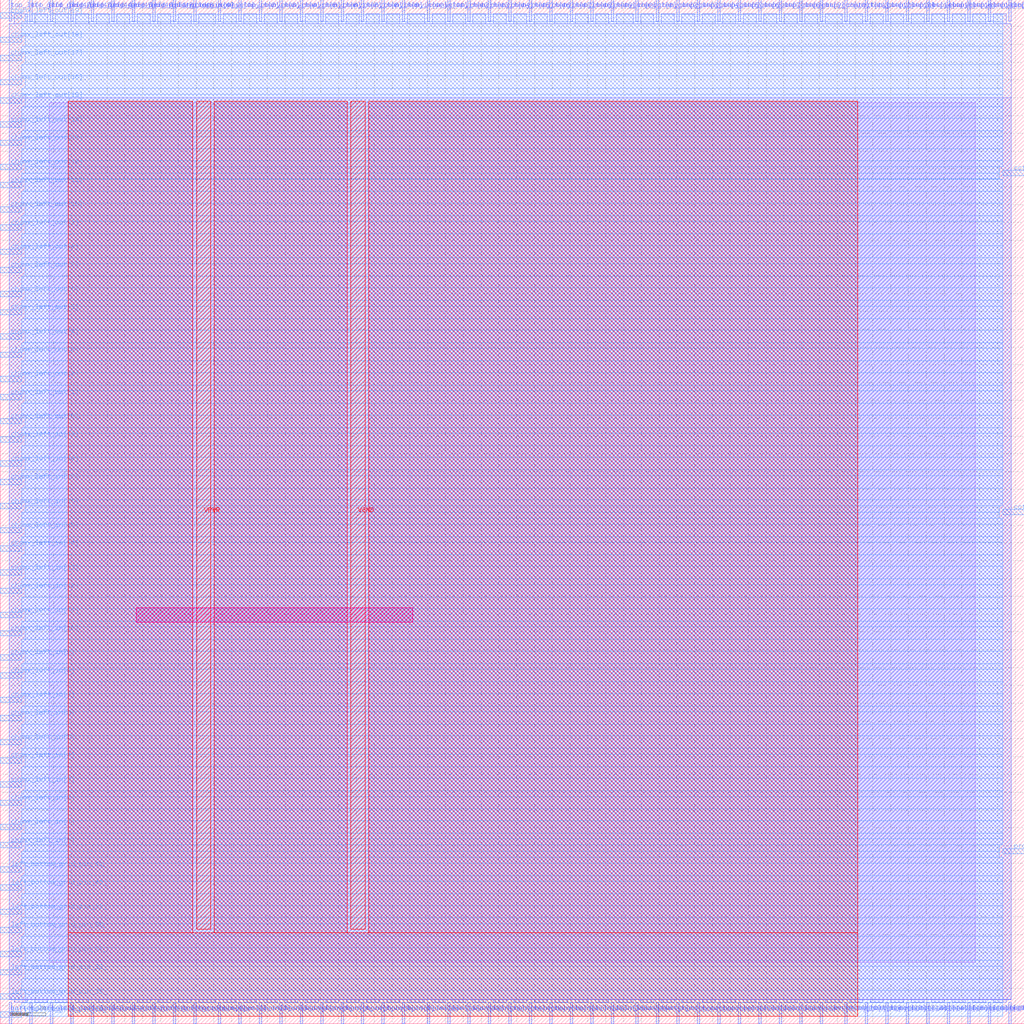
<source format=lef>
VERSION 5.7 ;
  NOWIREEXTENSIONATPIN ON ;
  DIVIDERCHAR "/" ;
  BUSBITCHARS "[]" ;
MACRO sb_2__1_
  CLASS BLOCK ;
  FOREIGN sb_2__1_ ;
  ORIGIN 0.000 0.000 ;
  SIZE 115.000 BY 115.000 ;
  PIN bottom_left_grid_pin_42_
    DIRECTION INPUT ;
    PORT
      LAYER met2 ;
        RECT 1.010 0.000 1.290 2.400 ;
    END
  END bottom_left_grid_pin_42_
  PIN bottom_left_grid_pin_43_
    DIRECTION INPUT ;
    PORT
      LAYER met2 ;
        RECT 3.310 0.000 3.590 2.400 ;
    END
  END bottom_left_grid_pin_43_
  PIN bottom_left_grid_pin_44_
    DIRECTION INPUT ;
    PORT
      LAYER met2 ;
        RECT 5.610 0.000 5.890 2.400 ;
    END
  END bottom_left_grid_pin_44_
  PIN bottom_left_grid_pin_45_
    DIRECTION INPUT ;
    PORT
      LAYER met2 ;
        RECT 7.910 0.000 8.190 2.400 ;
    END
  END bottom_left_grid_pin_45_
  PIN bottom_left_grid_pin_46_
    DIRECTION INPUT ;
    PORT
      LAYER met2 ;
        RECT 10.210 0.000 10.490 2.400 ;
    END
  END bottom_left_grid_pin_46_
  PIN bottom_left_grid_pin_47_
    DIRECTION INPUT ;
    PORT
      LAYER met2 ;
        RECT 12.510 0.000 12.790 2.400 ;
    END
  END bottom_left_grid_pin_47_
  PIN bottom_left_grid_pin_48_
    DIRECTION INPUT ;
    PORT
      LAYER met2 ;
        RECT 14.810 0.000 15.090 2.400 ;
    END
  END bottom_left_grid_pin_48_
  PIN bottom_left_grid_pin_49_
    DIRECTION INPUT ;
    PORT
      LAYER met2 ;
        RECT 17.110 0.000 17.390 2.400 ;
    END
  END bottom_left_grid_pin_49_
  PIN bottom_right_grid_pin_1_
    DIRECTION INPUT ;
    PORT
      LAYER met2 ;
        RECT 113.250 0.000 113.530 2.400 ;
    END
  END bottom_right_grid_pin_1_
  PIN ccff_head
    DIRECTION INPUT ;
    PORT
      LAYER met3 ;
        RECT 112.600 57.160 115.000 57.760 ;
    END
  END ccff_head
  PIN ccff_tail
    DIRECTION OUTPUT TRISTATE ;
    PORT
      LAYER met3 ;
        RECT 112.600 95.240 115.000 95.840 ;
    END
  END ccff_tail
  PIN chanx_left_in[0]
    DIRECTION INPUT ;
    PORT
      LAYER met3 ;
        RECT 0.000 19.760 2.400 20.360 ;
    END
  END chanx_left_in[0]
  PIN chanx_left_in[10]
    DIRECTION INPUT ;
    PORT
      LAYER met3 ;
        RECT 0.000 43.560 2.400 44.160 ;
    END
  END chanx_left_in[10]
  PIN chanx_left_in[11]
    DIRECTION INPUT ;
    PORT
      LAYER met3 ;
        RECT 0.000 45.600 2.400 46.200 ;
    END
  END chanx_left_in[11]
  PIN chanx_left_in[12]
    DIRECTION INPUT ;
    PORT
      LAYER met3 ;
        RECT 0.000 48.320 2.400 48.920 ;
    END
  END chanx_left_in[12]
  PIN chanx_left_in[13]
    DIRECTION INPUT ;
    PORT
      LAYER met3 ;
        RECT 0.000 50.360 2.400 50.960 ;
    END
  END chanx_left_in[13]
  PIN chanx_left_in[14]
    DIRECTION INPUT ;
    PORT
      LAYER met3 ;
        RECT 0.000 53.080 2.400 53.680 ;
    END
  END chanx_left_in[14]
  PIN chanx_left_in[15]
    DIRECTION INPUT ;
    PORT
      LAYER met3 ;
        RECT 0.000 55.120 2.400 55.720 ;
    END
  END chanx_left_in[15]
  PIN chanx_left_in[16]
    DIRECTION INPUT ;
    PORT
      LAYER met3 ;
        RECT 0.000 57.840 2.400 58.440 ;
    END
  END chanx_left_in[16]
  PIN chanx_left_in[17]
    DIRECTION INPUT ;
    PORT
      LAYER met3 ;
        RECT 0.000 60.560 2.400 61.160 ;
    END
  END chanx_left_in[17]
  PIN chanx_left_in[18]
    DIRECTION INPUT ;
    PORT
      LAYER met3 ;
        RECT 0.000 62.600 2.400 63.200 ;
    END
  END chanx_left_in[18]
  PIN chanx_left_in[19]
    DIRECTION INPUT ;
    PORT
      LAYER met3 ;
        RECT 0.000 65.320 2.400 65.920 ;
    END
  END chanx_left_in[19]
  PIN chanx_left_in[1]
    DIRECTION INPUT ;
    PORT
      LAYER met3 ;
        RECT 0.000 21.800 2.400 22.400 ;
    END
  END chanx_left_in[1]
  PIN chanx_left_in[2]
    DIRECTION INPUT ;
    PORT
      LAYER met3 ;
        RECT 0.000 24.520 2.400 25.120 ;
    END
  END chanx_left_in[2]
  PIN chanx_left_in[3]
    DIRECTION INPUT ;
    PORT
      LAYER met3 ;
        RECT 0.000 26.560 2.400 27.160 ;
    END
  END chanx_left_in[3]
  PIN chanx_left_in[4]
    DIRECTION INPUT ;
    PORT
      LAYER met3 ;
        RECT 0.000 29.280 2.400 29.880 ;
    END
  END chanx_left_in[4]
  PIN chanx_left_in[5]
    DIRECTION INPUT ;
    PORT
      LAYER met3 ;
        RECT 0.000 31.320 2.400 31.920 ;
    END
  END chanx_left_in[5]
  PIN chanx_left_in[6]
    DIRECTION INPUT ;
    PORT
      LAYER met3 ;
        RECT 0.000 34.040 2.400 34.640 ;
    END
  END chanx_left_in[6]
  PIN chanx_left_in[7]
    DIRECTION INPUT ;
    PORT
      LAYER met3 ;
        RECT 0.000 36.080 2.400 36.680 ;
    END
  END chanx_left_in[7]
  PIN chanx_left_in[8]
    DIRECTION INPUT ;
    PORT
      LAYER met3 ;
        RECT 0.000 38.800 2.400 39.400 ;
    END
  END chanx_left_in[8]
  PIN chanx_left_in[9]
    DIRECTION INPUT ;
    PORT
      LAYER met3 ;
        RECT 0.000 40.840 2.400 41.440 ;
    END
  END chanx_left_in[9]
  PIN chanx_left_out[0]
    DIRECTION OUTPUT TRISTATE ;
    PORT
      LAYER met3 ;
        RECT 0.000 67.360 2.400 67.960 ;
    END
  END chanx_left_out[0]
  PIN chanx_left_out[10]
    DIRECTION OUTPUT TRISTATE ;
    PORT
      LAYER met3 ;
        RECT 0.000 91.160 2.400 91.760 ;
    END
  END chanx_left_out[10]
  PIN chanx_left_out[11]
    DIRECTION OUTPUT TRISTATE ;
    PORT
      LAYER met3 ;
        RECT 0.000 93.880 2.400 94.480 ;
    END
  END chanx_left_out[11]
  PIN chanx_left_out[12]
    DIRECTION OUTPUT TRISTATE ;
    PORT
      LAYER met3 ;
        RECT 0.000 95.920 2.400 96.520 ;
    END
  END chanx_left_out[12]
  PIN chanx_left_out[13]
    DIRECTION OUTPUT TRISTATE ;
    PORT
      LAYER met3 ;
        RECT 0.000 98.640 2.400 99.240 ;
    END
  END chanx_left_out[13]
  PIN chanx_left_out[14]
    DIRECTION OUTPUT TRISTATE ;
    PORT
      LAYER met3 ;
        RECT 0.000 100.680 2.400 101.280 ;
    END
  END chanx_left_out[14]
  PIN chanx_left_out[15]
    DIRECTION OUTPUT TRISTATE ;
    PORT
      LAYER met3 ;
        RECT 0.000 103.400 2.400 104.000 ;
    END
  END chanx_left_out[15]
  PIN chanx_left_out[16]
    DIRECTION OUTPUT TRISTATE ;
    PORT
      LAYER met3 ;
        RECT 0.000 105.440 2.400 106.040 ;
    END
  END chanx_left_out[16]
  PIN chanx_left_out[17]
    DIRECTION OUTPUT TRISTATE ;
    PORT
      LAYER met3 ;
        RECT 0.000 108.160 2.400 108.760 ;
    END
  END chanx_left_out[17]
  PIN chanx_left_out[18]
    DIRECTION OUTPUT TRISTATE ;
    PORT
      LAYER met3 ;
        RECT 0.000 110.200 2.400 110.800 ;
    END
  END chanx_left_out[18]
  PIN chanx_left_out[19]
    DIRECTION OUTPUT TRISTATE ;
    PORT
      LAYER met3 ;
        RECT 0.000 112.920 2.400 113.520 ;
    END
  END chanx_left_out[19]
  PIN chanx_left_out[1]
    DIRECTION OUTPUT TRISTATE ;
    PORT
      LAYER met3 ;
        RECT 0.000 70.080 2.400 70.680 ;
    END
  END chanx_left_out[1]
  PIN chanx_left_out[2]
    DIRECTION OUTPUT TRISTATE ;
    PORT
      LAYER met3 ;
        RECT 0.000 72.120 2.400 72.720 ;
    END
  END chanx_left_out[2]
  PIN chanx_left_out[3]
    DIRECTION OUTPUT TRISTATE ;
    PORT
      LAYER met3 ;
        RECT 0.000 74.840 2.400 75.440 ;
    END
  END chanx_left_out[3]
  PIN chanx_left_out[4]
    DIRECTION OUTPUT TRISTATE ;
    PORT
      LAYER met3 ;
        RECT 0.000 76.880 2.400 77.480 ;
    END
  END chanx_left_out[4]
  PIN chanx_left_out[5]
    DIRECTION OUTPUT TRISTATE ;
    PORT
      LAYER met3 ;
        RECT 0.000 79.600 2.400 80.200 ;
    END
  END chanx_left_out[5]
  PIN chanx_left_out[6]
    DIRECTION OUTPUT TRISTATE ;
    PORT
      LAYER met3 ;
        RECT 0.000 81.640 2.400 82.240 ;
    END
  END chanx_left_out[6]
  PIN chanx_left_out[7]
    DIRECTION OUTPUT TRISTATE ;
    PORT
      LAYER met3 ;
        RECT 0.000 84.360 2.400 84.960 ;
    END
  END chanx_left_out[7]
  PIN chanx_left_out[8]
    DIRECTION OUTPUT TRISTATE ;
    PORT
      LAYER met3 ;
        RECT 0.000 86.400 2.400 87.000 ;
    END
  END chanx_left_out[8]
  PIN chanx_left_out[9]
    DIRECTION OUTPUT TRISTATE ;
    PORT
      LAYER met3 ;
        RECT 0.000 89.120 2.400 89.720 ;
    END
  END chanx_left_out[9]
  PIN chany_bottom_in[0]
    DIRECTION INPUT ;
    PORT
      LAYER met2 ;
        RECT 19.410 0.000 19.690 2.400 ;
    END
  END chany_bottom_in[0]
  PIN chany_bottom_in[10]
    DIRECTION INPUT ;
    PORT
      LAYER met2 ;
        RECT 42.870 0.000 43.150 2.400 ;
    END
  END chany_bottom_in[10]
  PIN chany_bottom_in[11]
    DIRECTION INPUT ;
    PORT
      LAYER met2 ;
        RECT 45.170 0.000 45.450 2.400 ;
    END
  END chany_bottom_in[11]
  PIN chany_bottom_in[12]
    DIRECTION INPUT ;
    PORT
      LAYER met2 ;
        RECT 47.930 0.000 48.210 2.400 ;
    END
  END chany_bottom_in[12]
  PIN chany_bottom_in[13]
    DIRECTION INPUT ;
    PORT
      LAYER met2 ;
        RECT 50.230 0.000 50.510 2.400 ;
    END
  END chany_bottom_in[13]
  PIN chany_bottom_in[14]
    DIRECTION INPUT ;
    PORT
      LAYER met2 ;
        RECT 52.530 0.000 52.810 2.400 ;
    END
  END chany_bottom_in[14]
  PIN chany_bottom_in[15]
    DIRECTION INPUT ;
    PORT
      LAYER met2 ;
        RECT 54.830 0.000 55.110 2.400 ;
    END
  END chany_bottom_in[15]
  PIN chany_bottom_in[16]
    DIRECTION INPUT ;
    PORT
      LAYER met2 ;
        RECT 57.130 0.000 57.410 2.400 ;
    END
  END chany_bottom_in[16]
  PIN chany_bottom_in[17]
    DIRECTION INPUT ;
    PORT
      LAYER met2 ;
        RECT 59.430 0.000 59.710 2.400 ;
    END
  END chany_bottom_in[17]
  PIN chany_bottom_in[18]
    DIRECTION INPUT ;
    PORT
      LAYER met2 ;
        RECT 61.730 0.000 62.010 2.400 ;
    END
  END chany_bottom_in[18]
  PIN chany_bottom_in[19]
    DIRECTION INPUT ;
    PORT
      LAYER met2 ;
        RECT 64.030 0.000 64.310 2.400 ;
    END
  END chany_bottom_in[19]
  PIN chany_bottom_in[1]
    DIRECTION INPUT ;
    PORT
      LAYER met2 ;
        RECT 21.710 0.000 21.990 2.400 ;
    END
  END chany_bottom_in[1]
  PIN chany_bottom_in[2]
    DIRECTION INPUT ;
    PORT
      LAYER met2 ;
        RECT 24.470 0.000 24.750 2.400 ;
    END
  END chany_bottom_in[2]
  PIN chany_bottom_in[3]
    DIRECTION INPUT ;
    PORT
      LAYER met2 ;
        RECT 26.770 0.000 27.050 2.400 ;
    END
  END chany_bottom_in[3]
  PIN chany_bottom_in[4]
    DIRECTION INPUT ;
    PORT
      LAYER met2 ;
        RECT 29.070 0.000 29.350 2.400 ;
    END
  END chany_bottom_in[4]
  PIN chany_bottom_in[5]
    DIRECTION INPUT ;
    PORT
      LAYER met2 ;
        RECT 31.370 0.000 31.650 2.400 ;
    END
  END chany_bottom_in[5]
  PIN chany_bottom_in[6]
    DIRECTION INPUT ;
    PORT
      LAYER met2 ;
        RECT 33.670 0.000 33.950 2.400 ;
    END
  END chany_bottom_in[6]
  PIN chany_bottom_in[7]
    DIRECTION INPUT ;
    PORT
      LAYER met2 ;
        RECT 35.970 0.000 36.250 2.400 ;
    END
  END chany_bottom_in[7]
  PIN chany_bottom_in[8]
    DIRECTION INPUT ;
    PORT
      LAYER met2 ;
        RECT 38.270 0.000 38.550 2.400 ;
    END
  END chany_bottom_in[8]
  PIN chany_bottom_in[9]
    DIRECTION INPUT ;
    PORT
      LAYER met2 ;
        RECT 40.570 0.000 40.850 2.400 ;
    END
  END chany_bottom_in[9]
  PIN chany_bottom_out[0]
    DIRECTION OUTPUT TRISTATE ;
    PORT
      LAYER met2 ;
        RECT 66.330 0.000 66.610 2.400 ;
    END
  END chany_bottom_out[0]
  PIN chany_bottom_out[10]
    DIRECTION OUTPUT TRISTATE ;
    PORT
      LAYER met2 ;
        RECT 89.790 0.000 90.070 2.400 ;
    END
  END chany_bottom_out[10]
  PIN chany_bottom_out[11]
    DIRECTION OUTPUT TRISTATE ;
    PORT
      LAYER met2 ;
        RECT 92.090 0.000 92.370 2.400 ;
    END
  END chany_bottom_out[11]
  PIN chany_bottom_out[12]
    DIRECTION OUTPUT TRISTATE ;
    PORT
      LAYER met2 ;
        RECT 94.850 0.000 95.130 2.400 ;
    END
  END chany_bottom_out[12]
  PIN chany_bottom_out[13]
    DIRECTION OUTPUT TRISTATE ;
    PORT
      LAYER met2 ;
        RECT 97.150 0.000 97.430 2.400 ;
    END
  END chany_bottom_out[13]
  PIN chany_bottom_out[14]
    DIRECTION OUTPUT TRISTATE ;
    PORT
      LAYER met2 ;
        RECT 99.450 0.000 99.730 2.400 ;
    END
  END chany_bottom_out[14]
  PIN chany_bottom_out[15]
    DIRECTION OUTPUT TRISTATE ;
    PORT
      LAYER met2 ;
        RECT 101.750 0.000 102.030 2.400 ;
    END
  END chany_bottom_out[15]
  PIN chany_bottom_out[16]
    DIRECTION OUTPUT TRISTATE ;
    PORT
      LAYER met2 ;
        RECT 104.050 0.000 104.330 2.400 ;
    END
  END chany_bottom_out[16]
  PIN chany_bottom_out[17]
    DIRECTION OUTPUT TRISTATE ;
    PORT
      LAYER met2 ;
        RECT 106.350 0.000 106.630 2.400 ;
    END
  END chany_bottom_out[17]
  PIN chany_bottom_out[18]
    DIRECTION OUTPUT TRISTATE ;
    PORT
      LAYER met2 ;
        RECT 108.650 0.000 108.930 2.400 ;
    END
  END chany_bottom_out[18]
  PIN chany_bottom_out[19]
    DIRECTION OUTPUT TRISTATE ;
    PORT
      LAYER met2 ;
        RECT 110.950 0.000 111.230 2.400 ;
    END
  END chany_bottom_out[19]
  PIN chany_bottom_out[1]
    DIRECTION OUTPUT TRISTATE ;
    PORT
      LAYER met2 ;
        RECT 68.630 0.000 68.910 2.400 ;
    END
  END chany_bottom_out[1]
  PIN chany_bottom_out[2]
    DIRECTION OUTPUT TRISTATE ;
    PORT
      LAYER met2 ;
        RECT 71.390 0.000 71.670 2.400 ;
    END
  END chany_bottom_out[2]
  PIN chany_bottom_out[3]
    DIRECTION OUTPUT TRISTATE ;
    PORT
      LAYER met2 ;
        RECT 73.690 0.000 73.970 2.400 ;
    END
  END chany_bottom_out[3]
  PIN chany_bottom_out[4]
    DIRECTION OUTPUT TRISTATE ;
    PORT
      LAYER met2 ;
        RECT 75.990 0.000 76.270 2.400 ;
    END
  END chany_bottom_out[4]
  PIN chany_bottom_out[5]
    DIRECTION OUTPUT TRISTATE ;
    PORT
      LAYER met2 ;
        RECT 78.290 0.000 78.570 2.400 ;
    END
  END chany_bottom_out[5]
  PIN chany_bottom_out[6]
    DIRECTION OUTPUT TRISTATE ;
    PORT
      LAYER met2 ;
        RECT 80.590 0.000 80.870 2.400 ;
    END
  END chany_bottom_out[6]
  PIN chany_bottom_out[7]
    DIRECTION OUTPUT TRISTATE ;
    PORT
      LAYER met2 ;
        RECT 82.890 0.000 83.170 2.400 ;
    END
  END chany_bottom_out[7]
  PIN chany_bottom_out[8]
    DIRECTION OUTPUT TRISTATE ;
    PORT
      LAYER met2 ;
        RECT 85.190 0.000 85.470 2.400 ;
    END
  END chany_bottom_out[8]
  PIN chany_bottom_out[9]
    DIRECTION OUTPUT TRISTATE ;
    PORT
      LAYER met2 ;
        RECT 87.490 0.000 87.770 2.400 ;
    END
  END chany_bottom_out[9]
  PIN chany_top_in[0]
    DIRECTION INPUT ;
    PORT
      LAYER met2 ;
        RECT 19.410 112.600 19.690 115.000 ;
    END
  END chany_top_in[0]
  PIN chany_top_in[10]
    DIRECTION INPUT ;
    PORT
      LAYER met2 ;
        RECT 42.870 112.600 43.150 115.000 ;
    END
  END chany_top_in[10]
  PIN chany_top_in[11]
    DIRECTION INPUT ;
    PORT
      LAYER met2 ;
        RECT 45.170 112.600 45.450 115.000 ;
    END
  END chany_top_in[11]
  PIN chany_top_in[12]
    DIRECTION INPUT ;
    PORT
      LAYER met2 ;
        RECT 47.930 112.600 48.210 115.000 ;
    END
  END chany_top_in[12]
  PIN chany_top_in[13]
    DIRECTION INPUT ;
    PORT
      LAYER met2 ;
        RECT 50.230 112.600 50.510 115.000 ;
    END
  END chany_top_in[13]
  PIN chany_top_in[14]
    DIRECTION INPUT ;
    PORT
      LAYER met2 ;
        RECT 52.530 112.600 52.810 115.000 ;
    END
  END chany_top_in[14]
  PIN chany_top_in[15]
    DIRECTION INPUT ;
    PORT
      LAYER met2 ;
        RECT 54.830 112.600 55.110 115.000 ;
    END
  END chany_top_in[15]
  PIN chany_top_in[16]
    DIRECTION INPUT ;
    PORT
      LAYER met2 ;
        RECT 57.130 112.600 57.410 115.000 ;
    END
  END chany_top_in[16]
  PIN chany_top_in[17]
    DIRECTION INPUT ;
    PORT
      LAYER met2 ;
        RECT 59.430 112.600 59.710 115.000 ;
    END
  END chany_top_in[17]
  PIN chany_top_in[18]
    DIRECTION INPUT ;
    PORT
      LAYER met2 ;
        RECT 61.730 112.600 62.010 115.000 ;
    END
  END chany_top_in[18]
  PIN chany_top_in[19]
    DIRECTION INPUT ;
    PORT
      LAYER met2 ;
        RECT 64.030 112.600 64.310 115.000 ;
    END
  END chany_top_in[19]
  PIN chany_top_in[1]
    DIRECTION INPUT ;
    PORT
      LAYER met2 ;
        RECT 21.710 112.600 21.990 115.000 ;
    END
  END chany_top_in[1]
  PIN chany_top_in[2]
    DIRECTION INPUT ;
    PORT
      LAYER met2 ;
        RECT 24.470 112.600 24.750 115.000 ;
    END
  END chany_top_in[2]
  PIN chany_top_in[3]
    DIRECTION INPUT ;
    PORT
      LAYER met2 ;
        RECT 26.770 112.600 27.050 115.000 ;
    END
  END chany_top_in[3]
  PIN chany_top_in[4]
    DIRECTION INPUT ;
    PORT
      LAYER met2 ;
        RECT 29.070 112.600 29.350 115.000 ;
    END
  END chany_top_in[4]
  PIN chany_top_in[5]
    DIRECTION INPUT ;
    PORT
      LAYER met2 ;
        RECT 31.370 112.600 31.650 115.000 ;
    END
  END chany_top_in[5]
  PIN chany_top_in[6]
    DIRECTION INPUT ;
    PORT
      LAYER met2 ;
        RECT 33.670 112.600 33.950 115.000 ;
    END
  END chany_top_in[6]
  PIN chany_top_in[7]
    DIRECTION INPUT ;
    PORT
      LAYER met2 ;
        RECT 35.970 112.600 36.250 115.000 ;
    END
  END chany_top_in[7]
  PIN chany_top_in[8]
    DIRECTION INPUT ;
    PORT
      LAYER met2 ;
        RECT 38.270 112.600 38.550 115.000 ;
    END
  END chany_top_in[8]
  PIN chany_top_in[9]
    DIRECTION INPUT ;
    PORT
      LAYER met2 ;
        RECT 40.570 112.600 40.850 115.000 ;
    END
  END chany_top_in[9]
  PIN chany_top_out[0]
    DIRECTION OUTPUT TRISTATE ;
    PORT
      LAYER met2 ;
        RECT 66.330 112.600 66.610 115.000 ;
    END
  END chany_top_out[0]
  PIN chany_top_out[10]
    DIRECTION OUTPUT TRISTATE ;
    PORT
      LAYER met2 ;
        RECT 89.790 112.600 90.070 115.000 ;
    END
  END chany_top_out[10]
  PIN chany_top_out[11]
    DIRECTION OUTPUT TRISTATE ;
    PORT
      LAYER met2 ;
        RECT 92.090 112.600 92.370 115.000 ;
    END
  END chany_top_out[11]
  PIN chany_top_out[12]
    DIRECTION OUTPUT TRISTATE ;
    PORT
      LAYER met2 ;
        RECT 94.850 112.600 95.130 115.000 ;
    END
  END chany_top_out[12]
  PIN chany_top_out[13]
    DIRECTION OUTPUT TRISTATE ;
    PORT
      LAYER met2 ;
        RECT 97.150 112.600 97.430 115.000 ;
    END
  END chany_top_out[13]
  PIN chany_top_out[14]
    DIRECTION OUTPUT TRISTATE ;
    PORT
      LAYER met2 ;
        RECT 99.450 112.600 99.730 115.000 ;
    END
  END chany_top_out[14]
  PIN chany_top_out[15]
    DIRECTION OUTPUT TRISTATE ;
    PORT
      LAYER met2 ;
        RECT 101.750 112.600 102.030 115.000 ;
    END
  END chany_top_out[15]
  PIN chany_top_out[16]
    DIRECTION OUTPUT TRISTATE ;
    PORT
      LAYER met2 ;
        RECT 104.050 112.600 104.330 115.000 ;
    END
  END chany_top_out[16]
  PIN chany_top_out[17]
    DIRECTION OUTPUT TRISTATE ;
    PORT
      LAYER met2 ;
        RECT 106.350 112.600 106.630 115.000 ;
    END
  END chany_top_out[17]
  PIN chany_top_out[18]
    DIRECTION OUTPUT TRISTATE ;
    PORT
      LAYER met2 ;
        RECT 108.650 112.600 108.930 115.000 ;
    END
  END chany_top_out[18]
  PIN chany_top_out[19]
    DIRECTION OUTPUT TRISTATE ;
    PORT
      LAYER met2 ;
        RECT 110.950 112.600 111.230 115.000 ;
    END
  END chany_top_out[19]
  PIN chany_top_out[1]
    DIRECTION OUTPUT TRISTATE ;
    PORT
      LAYER met2 ;
        RECT 68.630 112.600 68.910 115.000 ;
    END
  END chany_top_out[1]
  PIN chany_top_out[2]
    DIRECTION OUTPUT TRISTATE ;
    PORT
      LAYER met2 ;
        RECT 71.390 112.600 71.670 115.000 ;
    END
  END chany_top_out[2]
  PIN chany_top_out[3]
    DIRECTION OUTPUT TRISTATE ;
    PORT
      LAYER met2 ;
        RECT 73.690 112.600 73.970 115.000 ;
    END
  END chany_top_out[3]
  PIN chany_top_out[4]
    DIRECTION OUTPUT TRISTATE ;
    PORT
      LAYER met2 ;
        RECT 75.990 112.600 76.270 115.000 ;
    END
  END chany_top_out[4]
  PIN chany_top_out[5]
    DIRECTION OUTPUT TRISTATE ;
    PORT
      LAYER met2 ;
        RECT 78.290 112.600 78.570 115.000 ;
    END
  END chany_top_out[5]
  PIN chany_top_out[6]
    DIRECTION OUTPUT TRISTATE ;
    PORT
      LAYER met2 ;
        RECT 80.590 112.600 80.870 115.000 ;
    END
  END chany_top_out[6]
  PIN chany_top_out[7]
    DIRECTION OUTPUT TRISTATE ;
    PORT
      LAYER met2 ;
        RECT 82.890 112.600 83.170 115.000 ;
    END
  END chany_top_out[7]
  PIN chany_top_out[8]
    DIRECTION OUTPUT TRISTATE ;
    PORT
      LAYER met2 ;
        RECT 85.190 112.600 85.470 115.000 ;
    END
  END chany_top_out[8]
  PIN chany_top_out[9]
    DIRECTION OUTPUT TRISTATE ;
    PORT
      LAYER met2 ;
        RECT 87.490 112.600 87.770 115.000 ;
    END
  END chany_top_out[9]
  PIN left_bottom_grid_pin_34_
    DIRECTION INPUT ;
    PORT
      LAYER met3 ;
        RECT 0.000 0.720 2.400 1.320 ;
    END
  END left_bottom_grid_pin_34_
  PIN left_bottom_grid_pin_35_
    DIRECTION INPUT ;
    PORT
      LAYER met3 ;
        RECT 0.000 2.760 2.400 3.360 ;
    END
  END left_bottom_grid_pin_35_
  PIN left_bottom_grid_pin_36_
    DIRECTION INPUT ;
    PORT
      LAYER met3 ;
        RECT 0.000 5.480 2.400 6.080 ;
    END
  END left_bottom_grid_pin_36_
  PIN left_bottom_grid_pin_37_
    DIRECTION INPUT ;
    PORT
      LAYER met3 ;
        RECT 0.000 7.520 2.400 8.120 ;
    END
  END left_bottom_grid_pin_37_
  PIN left_bottom_grid_pin_38_
    DIRECTION INPUT ;
    PORT
      LAYER met3 ;
        RECT 0.000 10.240 2.400 10.840 ;
    END
  END left_bottom_grid_pin_38_
  PIN left_bottom_grid_pin_39_
    DIRECTION INPUT ;
    PORT
      LAYER met3 ;
        RECT 0.000 12.280 2.400 12.880 ;
    END
  END left_bottom_grid_pin_39_
  PIN left_bottom_grid_pin_40_
    DIRECTION INPUT ;
    PORT
      LAYER met3 ;
        RECT 0.000 15.000 2.400 15.600 ;
    END
  END left_bottom_grid_pin_40_
  PIN left_bottom_grid_pin_41_
    DIRECTION INPUT ;
    PORT
      LAYER met3 ;
        RECT 0.000 17.040 2.400 17.640 ;
    END
  END left_bottom_grid_pin_41_
  PIN prog_clk
    DIRECTION INPUT ;
    PORT
      LAYER met3 ;
        RECT 112.600 19.080 115.000 19.680 ;
    END
  END prog_clk
  PIN top_left_grid_pin_42_
    DIRECTION INPUT ;
    PORT
      LAYER met2 ;
        RECT 1.010 112.600 1.290 115.000 ;
    END
  END top_left_grid_pin_42_
  PIN top_left_grid_pin_43_
    DIRECTION INPUT ;
    PORT
      LAYER met2 ;
        RECT 3.310 112.600 3.590 115.000 ;
    END
  END top_left_grid_pin_43_
  PIN top_left_grid_pin_44_
    DIRECTION INPUT ;
    PORT
      LAYER met2 ;
        RECT 5.610 112.600 5.890 115.000 ;
    END
  END top_left_grid_pin_44_
  PIN top_left_grid_pin_45_
    DIRECTION INPUT ;
    PORT
      LAYER met2 ;
        RECT 7.910 112.600 8.190 115.000 ;
    END
  END top_left_grid_pin_45_
  PIN top_left_grid_pin_46_
    DIRECTION INPUT ;
    PORT
      LAYER met2 ;
        RECT 10.210 112.600 10.490 115.000 ;
    END
  END top_left_grid_pin_46_
  PIN top_left_grid_pin_47_
    DIRECTION INPUT ;
    PORT
      LAYER met2 ;
        RECT 12.510 112.600 12.790 115.000 ;
    END
  END top_left_grid_pin_47_
  PIN top_left_grid_pin_48_
    DIRECTION INPUT ;
    PORT
      LAYER met2 ;
        RECT 14.810 112.600 15.090 115.000 ;
    END
  END top_left_grid_pin_48_
  PIN top_left_grid_pin_49_
    DIRECTION INPUT ;
    PORT
      LAYER met2 ;
        RECT 17.110 112.600 17.390 115.000 ;
    END
  END top_left_grid_pin_49_
  PIN top_right_grid_pin_1_
    DIRECTION INPUT ;
    PORT
      LAYER met2 ;
        RECT 113.250 112.600 113.530 115.000 ;
    END
  END top_right_grid_pin_1_
  PIN VPWR
    DIRECTION INPUT ;
    USE POWER ;
    PORT
      LAYER met4 ;
        RECT 22.045 10.640 23.645 103.600 ;
    END
  END VPWR
  PIN VGND
    DIRECTION INPUT ;
    USE GROUND ;
    PORT
      LAYER met4 ;
        RECT 39.375 10.640 40.975 103.600 ;
    END
  END VGND
  OBS
      LAYER li1 ;
        RECT 5.520 6.885 109.480 103.445 ;
      LAYER met1 ;
        RECT 0.990 2.760 113.550 104.000 ;
      LAYER met2 ;
        RECT 1.570 112.320 3.030 113.405 ;
        RECT 3.870 112.320 5.330 113.405 ;
        RECT 6.170 112.320 7.630 113.405 ;
        RECT 8.470 112.320 9.930 113.405 ;
        RECT 10.770 112.320 12.230 113.405 ;
        RECT 13.070 112.320 14.530 113.405 ;
        RECT 15.370 112.320 16.830 113.405 ;
        RECT 17.670 112.320 19.130 113.405 ;
        RECT 19.970 112.320 21.430 113.405 ;
        RECT 22.270 112.320 24.190 113.405 ;
        RECT 25.030 112.320 26.490 113.405 ;
        RECT 27.330 112.320 28.790 113.405 ;
        RECT 29.630 112.320 31.090 113.405 ;
        RECT 31.930 112.320 33.390 113.405 ;
        RECT 34.230 112.320 35.690 113.405 ;
        RECT 36.530 112.320 37.990 113.405 ;
        RECT 38.830 112.320 40.290 113.405 ;
        RECT 41.130 112.320 42.590 113.405 ;
        RECT 43.430 112.320 44.890 113.405 ;
        RECT 45.730 112.320 47.650 113.405 ;
        RECT 48.490 112.320 49.950 113.405 ;
        RECT 50.790 112.320 52.250 113.405 ;
        RECT 53.090 112.320 54.550 113.405 ;
        RECT 55.390 112.320 56.850 113.405 ;
        RECT 57.690 112.320 59.150 113.405 ;
        RECT 59.990 112.320 61.450 113.405 ;
        RECT 62.290 112.320 63.750 113.405 ;
        RECT 64.590 112.320 66.050 113.405 ;
        RECT 66.890 112.320 68.350 113.405 ;
        RECT 69.190 112.320 71.110 113.405 ;
        RECT 71.950 112.320 73.410 113.405 ;
        RECT 74.250 112.320 75.710 113.405 ;
        RECT 76.550 112.320 78.010 113.405 ;
        RECT 78.850 112.320 80.310 113.405 ;
        RECT 81.150 112.320 82.610 113.405 ;
        RECT 83.450 112.320 84.910 113.405 ;
        RECT 85.750 112.320 87.210 113.405 ;
        RECT 88.050 112.320 89.510 113.405 ;
        RECT 90.350 112.320 91.810 113.405 ;
        RECT 92.650 112.320 94.570 113.405 ;
        RECT 95.410 112.320 96.870 113.405 ;
        RECT 97.710 112.320 99.170 113.405 ;
        RECT 100.010 112.320 101.470 113.405 ;
        RECT 102.310 112.320 103.770 113.405 ;
        RECT 104.610 112.320 106.070 113.405 ;
        RECT 106.910 112.320 108.370 113.405 ;
        RECT 109.210 112.320 110.670 113.405 ;
        RECT 111.510 112.320 112.970 113.405 ;
        RECT 1.020 2.680 113.520 112.320 ;
        RECT 1.570 2.400 3.030 2.680 ;
        RECT 3.870 2.400 5.330 2.680 ;
        RECT 6.170 2.400 7.630 2.680 ;
        RECT 8.470 2.400 9.930 2.680 ;
        RECT 10.770 2.400 12.230 2.680 ;
        RECT 13.070 2.400 14.530 2.680 ;
        RECT 15.370 2.400 16.830 2.680 ;
        RECT 17.670 2.400 19.130 2.680 ;
        RECT 19.970 2.400 21.430 2.680 ;
        RECT 22.270 2.400 24.190 2.680 ;
        RECT 25.030 2.400 26.490 2.680 ;
        RECT 27.330 2.400 28.790 2.680 ;
        RECT 29.630 2.400 31.090 2.680 ;
        RECT 31.930 2.400 33.390 2.680 ;
        RECT 34.230 2.400 35.690 2.680 ;
        RECT 36.530 2.400 37.990 2.680 ;
        RECT 38.830 2.400 40.290 2.680 ;
        RECT 41.130 2.400 42.590 2.680 ;
        RECT 43.430 2.400 44.890 2.680 ;
        RECT 45.730 2.400 47.650 2.680 ;
        RECT 48.490 2.400 49.950 2.680 ;
        RECT 50.790 2.400 52.250 2.680 ;
        RECT 53.090 2.400 54.550 2.680 ;
        RECT 55.390 2.400 56.850 2.680 ;
        RECT 57.690 2.400 59.150 2.680 ;
        RECT 59.990 2.400 61.450 2.680 ;
        RECT 62.290 2.400 63.750 2.680 ;
        RECT 64.590 2.400 66.050 2.680 ;
        RECT 66.890 2.400 68.350 2.680 ;
        RECT 69.190 2.400 71.110 2.680 ;
        RECT 71.950 2.400 73.410 2.680 ;
        RECT 74.250 2.400 75.710 2.680 ;
        RECT 76.550 2.400 78.010 2.680 ;
        RECT 78.850 2.400 80.310 2.680 ;
        RECT 81.150 2.400 82.610 2.680 ;
        RECT 83.450 2.400 84.910 2.680 ;
        RECT 85.750 2.400 87.210 2.680 ;
        RECT 88.050 2.400 89.510 2.680 ;
        RECT 90.350 2.400 91.810 2.680 ;
        RECT 92.650 2.400 94.570 2.680 ;
        RECT 95.410 2.400 96.870 2.680 ;
        RECT 97.710 2.400 99.170 2.680 ;
        RECT 100.010 2.400 101.470 2.680 ;
        RECT 102.310 2.400 103.770 2.680 ;
        RECT 104.610 2.400 106.070 2.680 ;
        RECT 106.910 2.400 108.370 2.680 ;
        RECT 109.210 2.400 110.670 2.680 ;
        RECT 111.510 2.400 112.970 2.680 ;
      LAYER met3 ;
        RECT 2.800 112.520 112.600 113.385 ;
        RECT 2.400 111.200 112.600 112.520 ;
        RECT 2.800 109.800 112.600 111.200 ;
        RECT 2.400 109.160 112.600 109.800 ;
        RECT 2.800 107.760 112.600 109.160 ;
        RECT 2.400 106.440 112.600 107.760 ;
        RECT 2.800 105.040 112.600 106.440 ;
        RECT 2.400 104.400 112.600 105.040 ;
        RECT 2.800 103.000 112.600 104.400 ;
        RECT 2.400 101.680 112.600 103.000 ;
        RECT 2.800 100.280 112.600 101.680 ;
        RECT 2.400 99.640 112.600 100.280 ;
        RECT 2.800 98.240 112.600 99.640 ;
        RECT 2.400 96.920 112.600 98.240 ;
        RECT 2.800 96.240 112.600 96.920 ;
        RECT 2.800 95.520 112.200 96.240 ;
        RECT 2.400 94.880 112.200 95.520 ;
        RECT 2.800 94.840 112.200 94.880 ;
        RECT 2.800 93.480 112.600 94.840 ;
        RECT 2.400 92.160 112.600 93.480 ;
        RECT 2.800 90.760 112.600 92.160 ;
        RECT 2.400 90.120 112.600 90.760 ;
        RECT 2.800 88.720 112.600 90.120 ;
        RECT 2.400 87.400 112.600 88.720 ;
        RECT 2.800 86.000 112.600 87.400 ;
        RECT 2.400 85.360 112.600 86.000 ;
        RECT 2.800 83.960 112.600 85.360 ;
        RECT 2.400 82.640 112.600 83.960 ;
        RECT 2.800 81.240 112.600 82.640 ;
        RECT 2.400 80.600 112.600 81.240 ;
        RECT 2.800 79.200 112.600 80.600 ;
        RECT 2.400 77.880 112.600 79.200 ;
        RECT 2.800 76.480 112.600 77.880 ;
        RECT 2.400 75.840 112.600 76.480 ;
        RECT 2.800 74.440 112.600 75.840 ;
        RECT 2.400 73.120 112.600 74.440 ;
        RECT 2.800 71.720 112.600 73.120 ;
        RECT 2.400 71.080 112.600 71.720 ;
        RECT 2.800 69.680 112.600 71.080 ;
        RECT 2.400 68.360 112.600 69.680 ;
        RECT 2.800 66.960 112.600 68.360 ;
        RECT 2.400 66.320 112.600 66.960 ;
        RECT 2.800 64.920 112.600 66.320 ;
        RECT 2.400 63.600 112.600 64.920 ;
        RECT 2.800 62.200 112.600 63.600 ;
        RECT 2.400 61.560 112.600 62.200 ;
        RECT 2.800 60.160 112.600 61.560 ;
        RECT 2.400 58.840 112.600 60.160 ;
        RECT 2.800 58.160 112.600 58.840 ;
        RECT 2.800 57.440 112.200 58.160 ;
        RECT 2.400 56.760 112.200 57.440 ;
        RECT 2.400 56.120 112.600 56.760 ;
        RECT 2.800 54.720 112.600 56.120 ;
        RECT 2.400 54.080 112.600 54.720 ;
        RECT 2.800 52.680 112.600 54.080 ;
        RECT 2.400 51.360 112.600 52.680 ;
        RECT 2.800 49.960 112.600 51.360 ;
        RECT 2.400 49.320 112.600 49.960 ;
        RECT 2.800 47.920 112.600 49.320 ;
        RECT 2.400 46.600 112.600 47.920 ;
        RECT 2.800 45.200 112.600 46.600 ;
        RECT 2.400 44.560 112.600 45.200 ;
        RECT 2.800 43.160 112.600 44.560 ;
        RECT 2.400 41.840 112.600 43.160 ;
        RECT 2.800 40.440 112.600 41.840 ;
        RECT 2.400 39.800 112.600 40.440 ;
        RECT 2.800 38.400 112.600 39.800 ;
        RECT 2.400 37.080 112.600 38.400 ;
        RECT 2.800 35.680 112.600 37.080 ;
        RECT 2.400 35.040 112.600 35.680 ;
        RECT 2.800 33.640 112.600 35.040 ;
        RECT 2.400 32.320 112.600 33.640 ;
        RECT 2.800 30.920 112.600 32.320 ;
        RECT 2.400 30.280 112.600 30.920 ;
        RECT 2.800 28.880 112.600 30.280 ;
        RECT 2.400 27.560 112.600 28.880 ;
        RECT 2.800 26.160 112.600 27.560 ;
        RECT 2.400 25.520 112.600 26.160 ;
        RECT 2.800 24.120 112.600 25.520 ;
        RECT 2.400 22.800 112.600 24.120 ;
        RECT 2.800 21.400 112.600 22.800 ;
        RECT 2.400 20.760 112.600 21.400 ;
        RECT 2.800 20.080 112.600 20.760 ;
        RECT 2.800 19.360 112.200 20.080 ;
        RECT 2.400 18.680 112.200 19.360 ;
        RECT 2.400 18.040 112.600 18.680 ;
        RECT 2.800 16.640 112.600 18.040 ;
        RECT 2.400 16.000 112.600 16.640 ;
        RECT 2.800 14.600 112.600 16.000 ;
        RECT 2.400 13.280 112.600 14.600 ;
        RECT 2.800 11.880 112.600 13.280 ;
        RECT 2.400 11.240 112.600 11.880 ;
        RECT 2.800 9.840 112.600 11.240 ;
        RECT 2.400 8.520 112.600 9.840 ;
        RECT 2.800 7.120 112.600 8.520 ;
        RECT 2.400 6.480 112.600 7.120 ;
        RECT 2.800 5.080 112.600 6.480 ;
        RECT 2.400 3.760 112.600 5.080 ;
        RECT 2.800 2.360 112.600 3.760 ;
        RECT 2.400 1.720 112.600 2.360 ;
        RECT 2.800 0.860 112.600 1.720 ;
      LAYER met4 ;
        RECT 7.655 10.240 21.645 103.600 ;
        RECT 24.045 10.240 38.975 103.600 ;
        RECT 41.375 10.240 96.305 103.600 ;
        RECT 7.655 0.855 96.305 10.240 ;
      LAYER met5 ;
        RECT 15.300 45.100 46.340 46.700 ;
  END
END sb_2__1_
END LIBRARY


</source>
